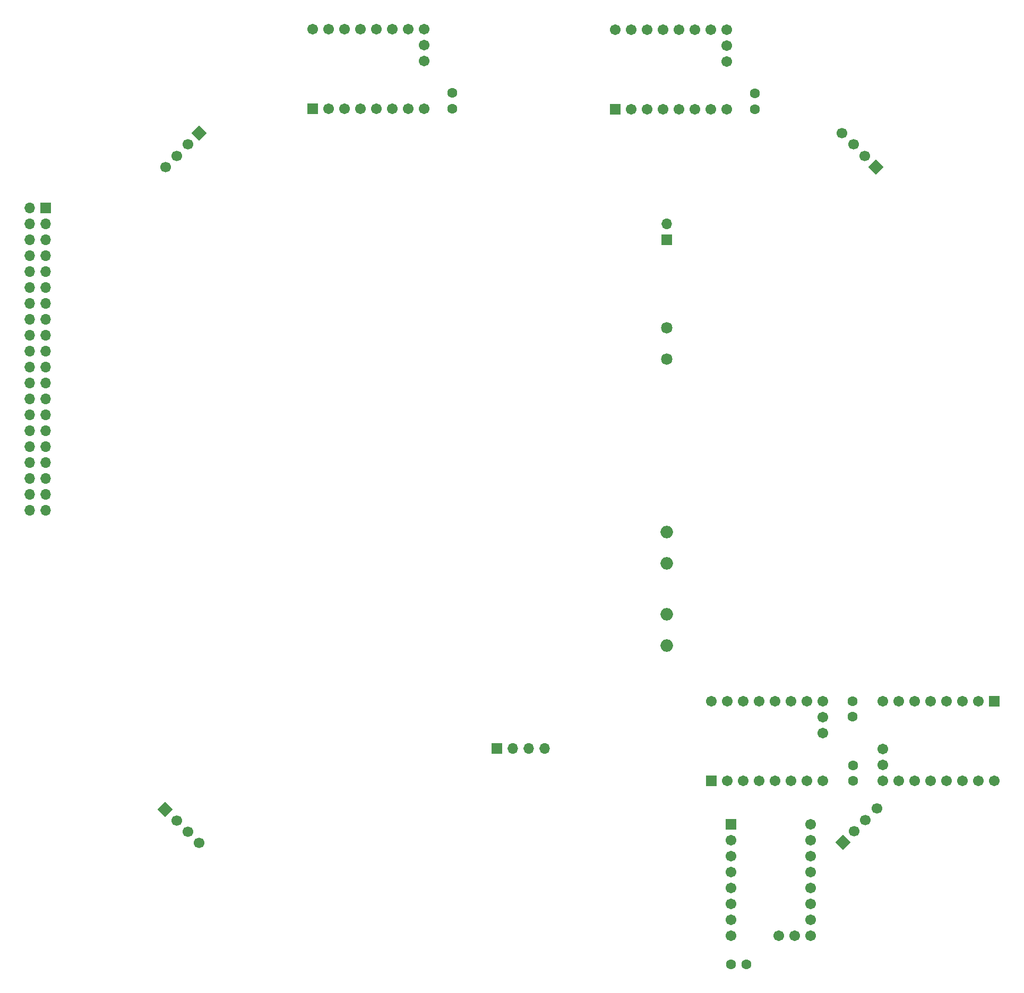
<source format=gbr>
%TF.GenerationSoftware,KiCad,Pcbnew,7.0.8*%
%TF.CreationDate,2023-11-07T13:43:57-08:00*%
%TF.ProjectId,Rubiks-Cube,52756269-6b73-42d4-9375-62652e6b6963,rev?*%
%TF.SameCoordinates,Original*%
%TF.FileFunction,Soldermask,Bot*%
%TF.FilePolarity,Negative*%
%FSLAX46Y46*%
G04 Gerber Fmt 4.6, Leading zero omitted, Abs format (unit mm)*
G04 Created by KiCad (PCBNEW 7.0.8) date 2023-11-07 13:43:57*
%MOMM*%
%LPD*%
G01*
G04 APERTURE LIST*
G04 Aperture macros list*
%AMRoundRect*
0 Rectangle with rounded corners*
0 $1 Rounding radius*
0 $2 $3 $4 $5 $6 $7 $8 $9 X,Y pos of 4 corners*
0 Add a 4 corners polygon primitive as box body*
4,1,4,$2,$3,$4,$5,$6,$7,$8,$9,$2,$3,0*
0 Add four circle primitives for the rounded corners*
1,1,$1+$1,$2,$3*
1,1,$1+$1,$4,$5*
1,1,$1+$1,$6,$7*
1,1,$1+$1,$8,$9*
0 Add four rect primitives between the rounded corners*
20,1,$1+$1,$2,$3,$4,$5,0*
20,1,$1+$1,$4,$5,$6,$7,0*
20,1,$1+$1,$6,$7,$8,$9,0*
20,1,$1+$1,$8,$9,$2,$3,0*%
%AMHorizOval*
0 Thick line with rounded ends*
0 $1 width*
0 $2 $3 position (X,Y) of the first rounded end (center of the circle)*
0 $4 $5 position (X,Y) of the second rounded end (center of the circle)*
0 Add line between two ends*
20,1,$1,$2,$3,$4,$5,0*
0 Add two circle primitives to create the rounded ends*
1,1,$1,$2,$3*
1,1,$1,$4,$5*%
%AMRotRect*
0 Rectangle, with rotation*
0 The origin of the aperture is its center*
0 $1 length*
0 $2 width*
0 $3 Rotation angle, in degrees counterclockwise*
0 Add horizontal line*
21,1,$1,$2,0,0,$3*%
G04 Aperture macros list end*
%ADD10RoundRect,0.102000X-0.754000X-0.754000X0.754000X-0.754000X0.754000X0.754000X-0.754000X0.754000X0*%
%ADD11C,1.712000*%
%ADD12RotRect,1.700000X1.700000X315.000000*%
%ADD13HorizOval,1.700000X0.000000X0.000000X0.000000X0.000000X0*%
%ADD14O,2.000000X2.000000*%
%ADD15C,1.600000*%
%ADD16R,1.700000X1.700000*%
%ADD17O,1.700000X1.700000*%
%ADD18RotRect,1.700000X1.700000X135.000000*%
%ADD19HorizOval,1.700000X0.000000X0.000000X0.000000X0.000000X0*%
%ADD20RoundRect,0.102000X0.754000X-0.754000X0.754000X0.754000X-0.754000X0.754000X-0.754000X-0.754000X0*%
%ADD21RoundRect,0.102000X-0.754000X0.754000X-0.754000X-0.754000X0.754000X-0.754000X0.754000X0.754000X0*%
%ADD22O,1.820000X1.840000*%
%ADD23RotRect,1.700000X1.700000X225.000000*%
%ADD24HorizOval,1.700000X0.000000X0.000000X0.000000X0.000000X0*%
%ADD25HorizOval,1.700000X0.000000X0.000000X0.000000X0.000000X0*%
%ADD26RotRect,1.700000X1.700000X45.000000*%
G04 APERTURE END LIST*
D10*
%TO.C,U1*%
X128940000Y-148630000D03*
D11*
X128940000Y-151170000D03*
X128940000Y-153710000D03*
X128940000Y-156250000D03*
X128940000Y-158790000D03*
X128940000Y-161330000D03*
X128940000Y-163870000D03*
X128940000Y-166410000D03*
X141640000Y-148630000D03*
X141640000Y-151170000D03*
X141640000Y-153710000D03*
X141640000Y-156250000D03*
X141640000Y-158790000D03*
X141640000Y-161330000D03*
X141640000Y-163870000D03*
X141640000Y-166410000D03*
X136560000Y-166410000D03*
X139100000Y-166410000D03*
%TD*%
D12*
%TO.C,J4*%
X44137006Y-38322994D03*
D13*
X42340955Y-40119045D03*
X40544904Y-41915096D03*
X38748852Y-43711148D03*
%TD*%
D14*
%TO.C,J6*%
X118710000Y-115070000D03*
X118710000Y-120070000D03*
%TD*%
D15*
%TO.C,C4*%
X84530000Y-34390000D03*
X84530000Y-31890000D03*
%TD*%
D16*
%TO.C,J10*%
X118730000Y-55300000D03*
D17*
X118730000Y-52760000D03*
%TD*%
D18*
%TO.C,J3*%
X146812994Y-151517006D03*
D19*
X148609045Y-149720955D03*
X150405096Y-147924904D03*
X152201148Y-146128852D03*
%TD*%
D15*
%TO.C,C5*%
X148400000Y-141720000D03*
X148400000Y-139220000D03*
%TD*%
%TO.C,C3*%
X148360000Y-128950000D03*
X148360000Y-131450000D03*
%TD*%
D20*
%TO.C,U2*%
X110450000Y-34480000D03*
D11*
X112990000Y-34480000D03*
X115530000Y-34480000D03*
X118070000Y-34480000D03*
X120610000Y-34480000D03*
X123150000Y-34480000D03*
X125690000Y-34480000D03*
X128230000Y-34480000D03*
X110450000Y-21780000D03*
X112990000Y-21780000D03*
X115530000Y-21780000D03*
X118070000Y-21780000D03*
X120610000Y-21780000D03*
X123150000Y-21780000D03*
X125690000Y-21780000D03*
X128230000Y-21780000D03*
X128230000Y-26860000D03*
X128230000Y-24320000D03*
%TD*%
D15*
%TO.C,C2*%
X132730000Y-34500000D03*
X132730000Y-32000000D03*
%TD*%
%TO.C,C1*%
X128910000Y-170980000D03*
X131410000Y-170980000D03*
%TD*%
D21*
%TO.C,U3*%
X170950000Y-128950000D03*
D11*
X168410000Y-128950000D03*
X165870000Y-128950000D03*
X163330000Y-128950000D03*
X160790000Y-128950000D03*
X158250000Y-128950000D03*
X155710000Y-128950000D03*
X153170000Y-128950000D03*
X170950000Y-141650000D03*
X168410000Y-141650000D03*
X165870000Y-141650000D03*
X163330000Y-141650000D03*
X160790000Y-141650000D03*
X158250000Y-141650000D03*
X155710000Y-141650000D03*
X153170000Y-141650000D03*
X153170000Y-136570000D03*
X153170000Y-139110000D03*
%TD*%
D22*
%TO.C,J9*%
X118730000Y-69410000D03*
X118730000Y-74410000D03*
%TD*%
D23*
%TO.C,J2*%
X152067006Y-43717006D03*
D24*
X150270955Y-41920955D03*
X148474904Y-40124904D03*
X146678852Y-38328852D03*
%TD*%
D20*
%TO.C,U5*%
X125780000Y-141710000D03*
D11*
X128320000Y-141710000D03*
X130860000Y-141710000D03*
X133400000Y-141710000D03*
X135940000Y-141710000D03*
X138480000Y-141710000D03*
X141020000Y-141710000D03*
X143560000Y-141710000D03*
X125780000Y-129010000D03*
X128320000Y-129010000D03*
X130860000Y-129010000D03*
X133400000Y-129010000D03*
X135940000Y-129010000D03*
X138480000Y-129010000D03*
X141020000Y-129010000D03*
X143560000Y-129010000D03*
X143560000Y-134090000D03*
X143560000Y-131550000D03*
%TD*%
D16*
%TO.C,J5*%
X91580000Y-136520000D03*
D17*
X94120000Y-136520000D03*
X96660000Y-136520000D03*
X99200000Y-136520000D03*
%TD*%
D25*
%TO.C,J1*%
X44111148Y-151631148D03*
X42315096Y-149835096D03*
X40519045Y-148039045D03*
D26*
X38722994Y-146242994D03*
%TD*%
D20*
%TO.C,U4*%
X62190000Y-34390000D03*
D11*
X64730000Y-34390000D03*
X67270000Y-34390000D03*
X69810000Y-34390000D03*
X72350000Y-34390000D03*
X74890000Y-34390000D03*
X77430000Y-34390000D03*
X79970000Y-34390000D03*
X62190000Y-21690000D03*
X64730000Y-21690000D03*
X67270000Y-21690000D03*
X69810000Y-21690000D03*
X72350000Y-21690000D03*
X74890000Y-21690000D03*
X77430000Y-21690000D03*
X79970000Y-21690000D03*
X79970000Y-26770000D03*
X79970000Y-24230000D03*
%TD*%
D16*
%TO.C,J8*%
X19640000Y-50265236D03*
D17*
X17100000Y-50265236D03*
X19640000Y-52805236D03*
X17100000Y-52805236D03*
X19640000Y-55345236D03*
X17100000Y-55345236D03*
X19640000Y-57885236D03*
X17100000Y-57885236D03*
X19640000Y-60425236D03*
X17100000Y-60425236D03*
X19640000Y-62965236D03*
X17100000Y-62965236D03*
X19640000Y-65505236D03*
X17100000Y-65505236D03*
X19640000Y-68045236D03*
X17100000Y-68045236D03*
X19640000Y-70585236D03*
X17100000Y-70585236D03*
X19640000Y-73125236D03*
X17100000Y-73125236D03*
X19640000Y-75665236D03*
X17100000Y-75665236D03*
X19640000Y-78205236D03*
X17100000Y-78205236D03*
X19640000Y-80745236D03*
X17100000Y-80745236D03*
X19640000Y-83285236D03*
X17100000Y-83285236D03*
X19640000Y-85825236D03*
X17100000Y-85825236D03*
X19640000Y-88365236D03*
X17100000Y-88365236D03*
X19640000Y-90905236D03*
X17100000Y-90905236D03*
X19640000Y-93445236D03*
X17100000Y-93445236D03*
X19640000Y-95985236D03*
X17100000Y-95985236D03*
X19640000Y-98525236D03*
X17100000Y-98525236D03*
%TD*%
D14*
%TO.C,J7*%
X118720000Y-106970000D03*
X118720000Y-101970000D03*
%TD*%
M02*

</source>
